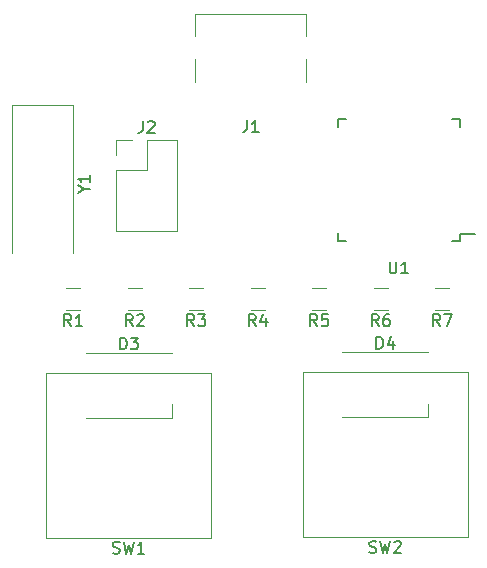
<source format=gbr>
G04 #@! TF.GenerationSoftware,KiCad,Pcbnew,(5.1.4)-1*
G04 #@! TF.CreationDate,2023-02-07T01:37:13+01:00*
G04 #@! TF.ProjectId,test,74657374-2e6b-4696-9361-645f70636258,1.0*
G04 #@! TF.SameCoordinates,Original*
G04 #@! TF.FileFunction,Legend,Top*
G04 #@! TF.FilePolarity,Positive*
%FSLAX46Y46*%
G04 Gerber Fmt 4.6, Leading zero omitted, Abs format (unit mm)*
G04 Created by KiCad (PCBNEW (5.1.4)-1) date 2023-02-07 01:37:13*
%MOMM*%
%LPD*%
G04 APERTURE LIST*
%ADD10C,0.150000*%
%ADD11C,0.120000*%
G04 APERTURE END LIST*
D10*
X203739000Y-70199000D02*
X203739000Y-69624000D01*
X193389000Y-70199000D02*
X193389000Y-69524000D01*
X193389000Y-59849000D02*
X193389000Y-60524000D01*
X203739000Y-59849000D02*
X203739000Y-60524000D01*
X203739000Y-70199000D02*
X203064000Y-70199000D01*
X203739000Y-59849000D02*
X203064000Y-59849000D01*
X193389000Y-59849000D02*
X194064000Y-59849000D01*
X193389000Y-70199000D02*
X194064000Y-70199000D01*
X203739000Y-69624000D02*
X205014000Y-69624000D01*
D11*
X176814064Y-76030500D02*
X175609936Y-76030500D01*
X176814064Y-74210500D02*
X175609936Y-74210500D01*
X174628000Y-69338500D02*
X179828000Y-69338500D01*
X174628000Y-64198500D02*
X174628000Y-69338500D01*
X179828000Y-61598500D02*
X179828000Y-69338500D01*
X174628000Y-64198500D02*
X177228000Y-64198500D01*
X177228000Y-64198500D02*
X177228000Y-61598500D01*
X177228000Y-61598500D02*
X179828000Y-61598500D01*
X174628000Y-62928500D02*
X174628000Y-61598500D01*
X174628000Y-61598500D02*
X175958000Y-61598500D01*
X182022064Y-76030500D02*
X180817936Y-76030500D01*
X182022064Y-74210500D02*
X180817936Y-74210500D01*
X190755000Y-52864000D02*
X190755000Y-50964000D01*
X190755000Y-56764000D02*
X190755000Y-54764000D01*
X181355000Y-52864000D02*
X181355000Y-50964000D01*
X181355000Y-56764000D02*
X181355000Y-54764000D01*
X190755000Y-50964000D02*
X181355000Y-50964000D01*
X170952000Y-71241500D02*
X170952000Y-58641500D01*
X170952000Y-58641500D02*
X165852000Y-58641500D01*
X165852000Y-58641500D02*
X165852000Y-71241500D01*
X179354000Y-85173000D02*
X179354000Y-84023000D01*
X172054000Y-85173000D02*
X179354000Y-85173000D01*
X172054000Y-79673000D02*
X179354000Y-79673000D01*
X171608064Y-76030500D02*
X170403936Y-76030500D01*
X171608064Y-74210500D02*
X170403936Y-74210500D01*
X182689000Y-81343500D02*
X182689000Y-95313500D01*
X168719000Y-81343500D02*
X182689000Y-81343500D01*
X168719000Y-95313500D02*
X168719000Y-81343500D01*
X182689000Y-95313500D02*
X168719000Y-95313500D01*
X204407000Y-95250000D02*
X190437000Y-95250000D01*
X190437000Y-95250000D02*
X190437000Y-81280000D01*
X190437000Y-81280000D02*
X204407000Y-81280000D01*
X204407000Y-81280000D02*
X204407000Y-95250000D01*
X193772000Y-79609500D02*
X201072000Y-79609500D01*
X193772000Y-85109500D02*
X201072000Y-85109500D01*
X201072000Y-85109500D02*
X201072000Y-83959500D01*
X202852064Y-74210500D02*
X201647936Y-74210500D01*
X202852064Y-76030500D02*
X201647936Y-76030500D01*
X187228064Y-76030500D02*
X186023936Y-76030500D01*
X187228064Y-74210500D02*
X186023936Y-74210500D01*
X192436064Y-74210500D02*
X191231936Y-74210500D01*
X192436064Y-76030500D02*
X191231936Y-76030500D01*
X197642064Y-74210500D02*
X196437936Y-74210500D01*
X197642064Y-76030500D02*
X196437936Y-76030500D01*
D10*
X197802095Y-71926380D02*
X197802095Y-72735904D01*
X197849714Y-72831142D01*
X197897333Y-72878761D01*
X197992571Y-72926380D01*
X198183047Y-72926380D01*
X198278285Y-72878761D01*
X198325904Y-72831142D01*
X198373523Y-72735904D01*
X198373523Y-71926380D01*
X199373523Y-72926380D02*
X198802095Y-72926380D01*
X199087809Y-72926380D02*
X199087809Y-71926380D01*
X198992571Y-72069238D01*
X198897333Y-72164476D01*
X198802095Y-72212095D01*
X176045333Y-77392880D02*
X175712000Y-76916690D01*
X175473904Y-77392880D02*
X175473904Y-76392880D01*
X175854857Y-76392880D01*
X175950095Y-76440500D01*
X175997714Y-76488119D01*
X176045333Y-76583357D01*
X176045333Y-76726214D01*
X175997714Y-76821452D01*
X175950095Y-76869071D01*
X175854857Y-76916690D01*
X175473904Y-76916690D01*
X176426285Y-76488119D02*
X176473904Y-76440500D01*
X176569142Y-76392880D01*
X176807238Y-76392880D01*
X176902476Y-76440500D01*
X176950095Y-76488119D01*
X176997714Y-76583357D01*
X176997714Y-76678595D01*
X176950095Y-76821452D01*
X176378666Y-77392880D01*
X176997714Y-77392880D01*
X176894666Y-60050880D02*
X176894666Y-60765166D01*
X176847047Y-60908023D01*
X176751809Y-61003261D01*
X176608952Y-61050880D01*
X176513714Y-61050880D01*
X177323238Y-60146119D02*
X177370857Y-60098500D01*
X177466095Y-60050880D01*
X177704190Y-60050880D01*
X177799428Y-60098500D01*
X177847047Y-60146119D01*
X177894666Y-60241357D01*
X177894666Y-60336595D01*
X177847047Y-60479452D01*
X177275619Y-61050880D01*
X177894666Y-61050880D01*
X181253333Y-77392880D02*
X180920000Y-76916690D01*
X180681904Y-77392880D02*
X180681904Y-76392880D01*
X181062857Y-76392880D01*
X181158095Y-76440500D01*
X181205714Y-76488119D01*
X181253333Y-76583357D01*
X181253333Y-76726214D01*
X181205714Y-76821452D01*
X181158095Y-76869071D01*
X181062857Y-76916690D01*
X180681904Y-76916690D01*
X181586666Y-76392880D02*
X182205714Y-76392880D01*
X181872380Y-76773833D01*
X182015238Y-76773833D01*
X182110476Y-76821452D01*
X182158095Y-76869071D01*
X182205714Y-76964309D01*
X182205714Y-77202404D01*
X182158095Y-77297642D01*
X182110476Y-77345261D01*
X182015238Y-77392880D01*
X181729523Y-77392880D01*
X181634285Y-77345261D01*
X181586666Y-77297642D01*
X185721666Y-59961380D02*
X185721666Y-60675666D01*
X185674047Y-60818523D01*
X185578809Y-60913761D01*
X185435952Y-60961380D01*
X185340714Y-60961380D01*
X186721666Y-60961380D02*
X186150238Y-60961380D01*
X186435952Y-60961380D02*
X186435952Y-59961380D01*
X186340714Y-60104238D01*
X186245476Y-60199476D01*
X186150238Y-60247095D01*
X171928190Y-65817690D02*
X172404380Y-65817690D01*
X171404380Y-66151023D02*
X171928190Y-65817690D01*
X171404380Y-65484357D01*
X172404380Y-64627214D02*
X172404380Y-65198642D01*
X172404380Y-64912928D02*
X171404380Y-64912928D01*
X171547238Y-65008166D01*
X171642476Y-65103404D01*
X171690095Y-65198642D01*
X174965904Y-79375380D02*
X174965904Y-78375380D01*
X175204000Y-78375380D01*
X175346857Y-78423000D01*
X175442095Y-78518238D01*
X175489714Y-78613476D01*
X175537333Y-78803952D01*
X175537333Y-78946809D01*
X175489714Y-79137285D01*
X175442095Y-79232523D01*
X175346857Y-79327761D01*
X175204000Y-79375380D01*
X174965904Y-79375380D01*
X175870666Y-78375380D02*
X176489714Y-78375380D01*
X176156380Y-78756333D01*
X176299238Y-78756333D01*
X176394476Y-78803952D01*
X176442095Y-78851571D01*
X176489714Y-78946809D01*
X176489714Y-79184904D01*
X176442095Y-79280142D01*
X176394476Y-79327761D01*
X176299238Y-79375380D01*
X176013523Y-79375380D01*
X175918285Y-79327761D01*
X175870666Y-79280142D01*
X170839333Y-77392880D02*
X170506000Y-76916690D01*
X170267904Y-77392880D02*
X170267904Y-76392880D01*
X170648857Y-76392880D01*
X170744095Y-76440500D01*
X170791714Y-76488119D01*
X170839333Y-76583357D01*
X170839333Y-76726214D01*
X170791714Y-76821452D01*
X170744095Y-76869071D01*
X170648857Y-76916690D01*
X170267904Y-76916690D01*
X171791714Y-77392880D02*
X171220285Y-77392880D01*
X171506000Y-77392880D02*
X171506000Y-76392880D01*
X171410761Y-76535738D01*
X171315523Y-76630976D01*
X171220285Y-76678595D01*
X174370666Y-96607261D02*
X174513523Y-96654880D01*
X174751619Y-96654880D01*
X174846857Y-96607261D01*
X174894476Y-96559642D01*
X174942095Y-96464404D01*
X174942095Y-96369166D01*
X174894476Y-96273928D01*
X174846857Y-96226309D01*
X174751619Y-96178690D01*
X174561142Y-96131071D01*
X174465904Y-96083452D01*
X174418285Y-96035833D01*
X174370666Y-95940595D01*
X174370666Y-95845357D01*
X174418285Y-95750119D01*
X174465904Y-95702500D01*
X174561142Y-95654880D01*
X174799238Y-95654880D01*
X174942095Y-95702500D01*
X175275428Y-95654880D02*
X175513523Y-96654880D01*
X175704000Y-95940595D01*
X175894476Y-96654880D01*
X176132571Y-95654880D01*
X177037333Y-96654880D02*
X176465904Y-96654880D01*
X176751619Y-96654880D02*
X176751619Y-95654880D01*
X176656380Y-95797738D01*
X176561142Y-95892976D01*
X176465904Y-95940595D01*
X196088666Y-96543761D02*
X196231523Y-96591380D01*
X196469619Y-96591380D01*
X196564857Y-96543761D01*
X196612476Y-96496142D01*
X196660095Y-96400904D01*
X196660095Y-96305666D01*
X196612476Y-96210428D01*
X196564857Y-96162809D01*
X196469619Y-96115190D01*
X196279142Y-96067571D01*
X196183904Y-96019952D01*
X196136285Y-95972333D01*
X196088666Y-95877095D01*
X196088666Y-95781857D01*
X196136285Y-95686619D01*
X196183904Y-95639000D01*
X196279142Y-95591380D01*
X196517238Y-95591380D01*
X196660095Y-95639000D01*
X196993428Y-95591380D02*
X197231523Y-96591380D01*
X197422000Y-95877095D01*
X197612476Y-96591380D01*
X197850571Y-95591380D01*
X198183904Y-95686619D02*
X198231523Y-95639000D01*
X198326761Y-95591380D01*
X198564857Y-95591380D01*
X198660095Y-95639000D01*
X198707714Y-95686619D01*
X198755333Y-95781857D01*
X198755333Y-95877095D01*
X198707714Y-96019952D01*
X198136285Y-96591380D01*
X198755333Y-96591380D01*
X196683904Y-79311880D02*
X196683904Y-78311880D01*
X196922000Y-78311880D01*
X197064857Y-78359500D01*
X197160095Y-78454738D01*
X197207714Y-78549976D01*
X197255333Y-78740452D01*
X197255333Y-78883309D01*
X197207714Y-79073785D01*
X197160095Y-79169023D01*
X197064857Y-79264261D01*
X196922000Y-79311880D01*
X196683904Y-79311880D01*
X198112476Y-78645214D02*
X198112476Y-79311880D01*
X197874380Y-78264261D02*
X197636285Y-78978547D01*
X198255333Y-78978547D01*
X202083333Y-77392880D02*
X201750000Y-76916690D01*
X201511904Y-77392880D02*
X201511904Y-76392880D01*
X201892857Y-76392880D01*
X201988095Y-76440500D01*
X202035714Y-76488119D01*
X202083333Y-76583357D01*
X202083333Y-76726214D01*
X202035714Y-76821452D01*
X201988095Y-76869071D01*
X201892857Y-76916690D01*
X201511904Y-76916690D01*
X202416666Y-76392880D02*
X203083333Y-76392880D01*
X202654761Y-77392880D01*
X186459333Y-77392880D02*
X186126000Y-76916690D01*
X185887904Y-77392880D02*
X185887904Y-76392880D01*
X186268857Y-76392880D01*
X186364095Y-76440500D01*
X186411714Y-76488119D01*
X186459333Y-76583357D01*
X186459333Y-76726214D01*
X186411714Y-76821452D01*
X186364095Y-76869071D01*
X186268857Y-76916690D01*
X185887904Y-76916690D01*
X187316476Y-76726214D02*
X187316476Y-77392880D01*
X187078380Y-76345261D02*
X186840285Y-77059547D01*
X187459333Y-77059547D01*
X191667333Y-77392880D02*
X191334000Y-76916690D01*
X191095904Y-77392880D02*
X191095904Y-76392880D01*
X191476857Y-76392880D01*
X191572095Y-76440500D01*
X191619714Y-76488119D01*
X191667333Y-76583357D01*
X191667333Y-76726214D01*
X191619714Y-76821452D01*
X191572095Y-76869071D01*
X191476857Y-76916690D01*
X191095904Y-76916690D01*
X192572095Y-76392880D02*
X192095904Y-76392880D01*
X192048285Y-76869071D01*
X192095904Y-76821452D01*
X192191142Y-76773833D01*
X192429238Y-76773833D01*
X192524476Y-76821452D01*
X192572095Y-76869071D01*
X192619714Y-76964309D01*
X192619714Y-77202404D01*
X192572095Y-77297642D01*
X192524476Y-77345261D01*
X192429238Y-77392880D01*
X192191142Y-77392880D01*
X192095904Y-77345261D01*
X192048285Y-77297642D01*
X196873333Y-77392880D02*
X196540000Y-76916690D01*
X196301904Y-77392880D02*
X196301904Y-76392880D01*
X196682857Y-76392880D01*
X196778095Y-76440500D01*
X196825714Y-76488119D01*
X196873333Y-76583357D01*
X196873333Y-76726214D01*
X196825714Y-76821452D01*
X196778095Y-76869071D01*
X196682857Y-76916690D01*
X196301904Y-76916690D01*
X197730476Y-76392880D02*
X197540000Y-76392880D01*
X197444761Y-76440500D01*
X197397142Y-76488119D01*
X197301904Y-76630976D01*
X197254285Y-76821452D01*
X197254285Y-77202404D01*
X197301904Y-77297642D01*
X197349523Y-77345261D01*
X197444761Y-77392880D01*
X197635238Y-77392880D01*
X197730476Y-77345261D01*
X197778095Y-77297642D01*
X197825714Y-77202404D01*
X197825714Y-76964309D01*
X197778095Y-76869071D01*
X197730476Y-76821452D01*
X197635238Y-76773833D01*
X197444761Y-76773833D01*
X197349523Y-76821452D01*
X197301904Y-76869071D01*
X197254285Y-76964309D01*
M02*

</source>
